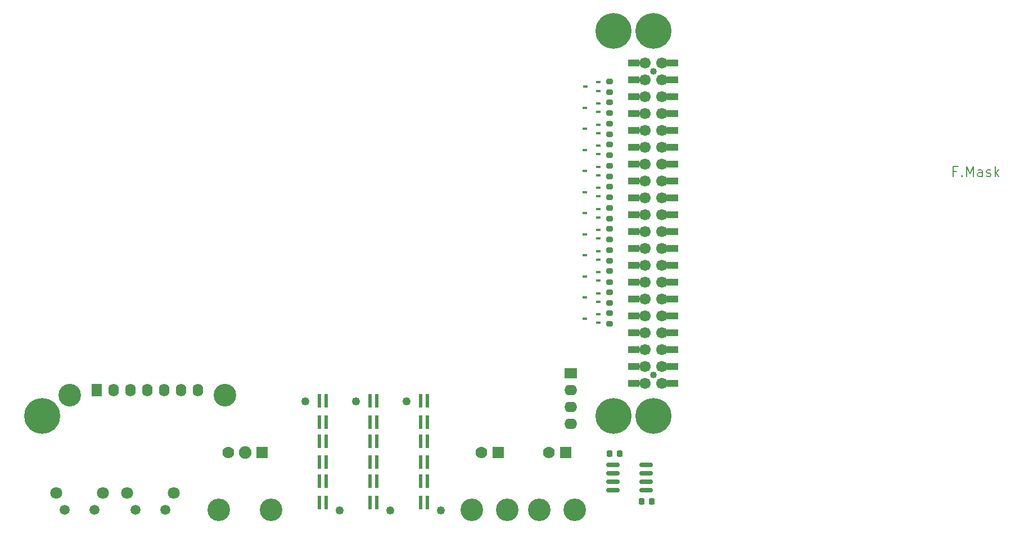
<source format=gbr>
%TF.GenerationSoftware,KiCad,Pcbnew,7.0.9-7.0.9~ubuntu20.04.1*%
%TF.CreationDate,2023-12-26T14:03:15-08:00*%
%TF.ProjectId,NX-IndicatorBoard,4e582d49-6e64-4696-9361-746f72426f61,1*%
%TF.SameCoordinates,Original*%
%TF.FileFunction,Soldermask,Top*%
%TF.FilePolarity,Negative*%
%FSLAX46Y46*%
G04 Gerber Fmt 4.6, Leading zero omitted, Abs format (unit mm)*
G04 Created by KiCad (PCBNEW 7.0.9-7.0.9~ubuntu20.04.1) date 2023-12-26 14:03:15*
%MOMM*%
%LPD*%
G01*
G04 APERTURE LIST*
G04 Aperture macros list*
%AMRoundRect*
0 Rectangle with rounded corners*
0 $1 Rounding radius*
0 $2 $3 $4 $5 $6 $7 $8 $9 X,Y pos of 4 corners*
0 Add a 4 corners polygon primitive as box body*
4,1,4,$2,$3,$4,$5,$6,$7,$8,$9,$2,$3,0*
0 Add four circle primitives for the rounded corners*
1,1,$1+$1,$2,$3*
1,1,$1+$1,$4,$5*
1,1,$1+$1,$6,$7*
1,1,$1+$1,$8,$9*
0 Add four rect primitives between the rounded corners*
20,1,$1+$1,$2,$3,$4,$5,0*
20,1,$1+$1,$4,$5,$6,$7,0*
20,1,$1+$1,$6,$7,$8,$9,0*
20,1,$1+$1,$8,$9,$2,$3,0*%
G04 Aperture macros list end*
%ADD10C,0.187500*%
%ADD11RoundRect,0.150000X0.825000X0.150000X-0.825000X0.150000X-0.825000X-0.150000X0.825000X-0.150000X0*%
%ADD12C,1.250000*%
%ADD13RoundRect,0.200000X-0.275000X0.200000X-0.275000X-0.200000X0.275000X-0.200000X0.275000X0.200000X0*%
%ADD14R,0.700000X0.450000*%
%ADD15RoundRect,0.225000X-0.225000X-0.250000X0.225000X-0.250000X0.225000X0.250000X-0.225000X0.250000X0*%
%ADD16C,3.400000*%
%ADD17R,1.778000X1.778000*%
%ADD18C,1.905000*%
%ADD19C,1.778000*%
%ADD20C,1.020000*%
%ADD21C,1.700000*%
%ADD22R,1.780000X1.020000*%
%ADD23R,0.550000X2.000000*%
%ADD24C,1.498600*%
%ADD25C,1.803400*%
%ADD26C,5.400000*%
%ADD27C,3.403600*%
%ADD28R,1.600200X1.905000*%
%ADD29O,1.600200X1.905000*%
%ADD30R,1.905000X1.600200*%
%ADD31O,1.905000X1.600200*%
G04 APERTURE END LIST*
D10*
X203672497Y-72172964D02*
X203172497Y-72172964D01*
X203172497Y-72958678D02*
X203172497Y-71458678D01*
X203172497Y-71458678D02*
X203886783Y-71458678D01*
X204458211Y-72815821D02*
X204529640Y-72887250D01*
X204529640Y-72887250D02*
X204458211Y-72958678D01*
X204458211Y-72958678D02*
X204386783Y-72887250D01*
X204386783Y-72887250D02*
X204458211Y-72815821D01*
X204458211Y-72815821D02*
X204458211Y-72958678D01*
X205172497Y-72958678D02*
X205172497Y-71458678D01*
X205172497Y-71458678D02*
X205672497Y-72530107D01*
X205672497Y-72530107D02*
X206172497Y-71458678D01*
X206172497Y-71458678D02*
X206172497Y-72958678D01*
X207529641Y-72958678D02*
X207529641Y-72172964D01*
X207529641Y-72172964D02*
X207458212Y-72030107D01*
X207458212Y-72030107D02*
X207315355Y-71958678D01*
X207315355Y-71958678D02*
X207029641Y-71958678D01*
X207029641Y-71958678D02*
X206886783Y-72030107D01*
X207529641Y-72887250D02*
X207386783Y-72958678D01*
X207386783Y-72958678D02*
X207029641Y-72958678D01*
X207029641Y-72958678D02*
X206886783Y-72887250D01*
X206886783Y-72887250D02*
X206815355Y-72744392D01*
X206815355Y-72744392D02*
X206815355Y-72601535D01*
X206815355Y-72601535D02*
X206886783Y-72458678D01*
X206886783Y-72458678D02*
X207029641Y-72387250D01*
X207029641Y-72387250D02*
X207386783Y-72387250D01*
X207386783Y-72387250D02*
X207529641Y-72315821D01*
X208172498Y-72887250D02*
X208315355Y-72958678D01*
X208315355Y-72958678D02*
X208601069Y-72958678D01*
X208601069Y-72958678D02*
X208743926Y-72887250D01*
X208743926Y-72887250D02*
X208815355Y-72744392D01*
X208815355Y-72744392D02*
X208815355Y-72672964D01*
X208815355Y-72672964D02*
X208743926Y-72530107D01*
X208743926Y-72530107D02*
X208601069Y-72458678D01*
X208601069Y-72458678D02*
X208386784Y-72458678D01*
X208386784Y-72458678D02*
X208243926Y-72387250D01*
X208243926Y-72387250D02*
X208172498Y-72244392D01*
X208172498Y-72244392D02*
X208172498Y-72172964D01*
X208172498Y-72172964D02*
X208243926Y-72030107D01*
X208243926Y-72030107D02*
X208386784Y-71958678D01*
X208386784Y-71958678D02*
X208601069Y-71958678D01*
X208601069Y-71958678D02*
X208743926Y-72030107D01*
X209458212Y-72958678D02*
X209458212Y-71458678D01*
X209601070Y-72387250D02*
X210029641Y-72958678D01*
X210029641Y-71958678D02*
X209458212Y-72530107D01*
D11*
%TO.C,U1*%
X156907000Y-120205000D03*
X156907000Y-118935000D03*
X156907000Y-117665000D03*
X156907000Y-116395000D03*
X151957000Y-116395000D03*
X151957000Y-117665000D03*
X151957000Y-118935000D03*
X151957000Y-120205000D03*
%TD*%
D12*
%TO.C,LP1*%
X110804000Y-123262000D03*
X105604000Y-106862000D03*
%TD*%
D13*
%TO.C,R10*%
X151384000Y-87193000D03*
X151384000Y-88843000D03*
%TD*%
D14*
%TO.C,Q1*%
X149733000Y-60071000D03*
X149733000Y-58771000D03*
X147733000Y-59421000D03*
%TD*%
D13*
%TO.C,R7*%
X151384000Y-77661000D03*
X151384000Y-79311000D03*
%TD*%
D14*
%TO.C,Q7*%
X149717000Y-79136000D03*
X149717000Y-77836000D03*
X147717000Y-78486000D03*
%TD*%
D15*
%TO.C,C1*%
X151371000Y-114681000D03*
X152921000Y-114681000D03*
%TD*%
D14*
%TO.C,Q5*%
X149717000Y-72786000D03*
X149717000Y-71486000D03*
X147717000Y-72136000D03*
%TD*%
D16*
%TO.C,J4*%
X100460000Y-123194000D03*
X92580000Y-123194000D03*
D17*
X99060000Y-114554000D03*
D18*
X96520000Y-114554000D03*
D19*
X93980000Y-114554000D03*
%TD*%
D13*
%TO.C,R3*%
X151384000Y-64961000D03*
X151384000Y-66611000D03*
%TD*%
D20*
%TO.C,J2*%
X158000000Y-102860000D03*
X158000000Y-57140000D03*
D21*
X159270000Y-104130000D03*
D22*
X160910000Y-104130000D03*
X155090000Y-104130000D03*
D21*
X156730000Y-104130000D03*
X159270000Y-101590000D03*
D22*
X160910000Y-101590000D03*
X155090000Y-101590000D03*
D21*
X156730000Y-101590000D03*
X159270000Y-99050000D03*
D22*
X160910000Y-99050000D03*
X155090000Y-99050000D03*
D21*
X156730000Y-99050000D03*
X159270000Y-96510000D03*
D22*
X160910000Y-96510000D03*
X155090000Y-96510000D03*
D21*
X156730000Y-96510000D03*
X159270000Y-93970000D03*
D22*
X160910000Y-93970000D03*
X155090000Y-93970000D03*
D21*
X156730000Y-93970000D03*
X159270000Y-91430000D03*
D22*
X160910000Y-91430000D03*
X155090000Y-91430000D03*
D21*
X156730000Y-91430000D03*
X159270000Y-88890000D03*
D22*
X160910000Y-88890000D03*
X155090000Y-88890000D03*
D21*
X156730000Y-88890000D03*
X159270000Y-86350000D03*
D22*
X160910000Y-86350000D03*
X155090000Y-86350000D03*
D21*
X156730000Y-86350000D03*
X159270000Y-83810000D03*
D22*
X160910000Y-83810000D03*
X155090000Y-83810000D03*
D21*
X156730000Y-83810000D03*
X159270000Y-81270000D03*
D22*
X160910000Y-81270000D03*
X155090000Y-81270000D03*
D21*
X156730000Y-81270000D03*
X159270000Y-78730000D03*
D22*
X160910000Y-78730000D03*
X155090000Y-78730000D03*
D21*
X156730000Y-78730000D03*
X159270000Y-76190000D03*
D22*
X160910000Y-76190000D03*
X155090000Y-76190000D03*
D21*
X156730000Y-76190000D03*
X159270000Y-73650000D03*
D22*
X160910000Y-73650000D03*
X155090000Y-73650000D03*
D21*
X156730000Y-73650000D03*
X159270000Y-71110000D03*
D22*
X160910000Y-71110000D03*
X155090000Y-71110000D03*
D21*
X156730000Y-71110000D03*
X159270000Y-68570000D03*
D22*
X160910000Y-68570000D03*
X155090000Y-68570000D03*
D21*
X156730000Y-68570000D03*
X159270000Y-66030000D03*
D22*
X160910000Y-66030000D03*
X155090000Y-66030000D03*
D21*
X156730000Y-66030000D03*
X159270000Y-63490000D03*
D22*
X160910000Y-63490000D03*
X155090000Y-63490000D03*
D21*
X156730000Y-63490000D03*
X159270000Y-60950000D03*
D22*
X160910000Y-60950000D03*
X155090000Y-60950000D03*
D21*
X156730000Y-60950000D03*
X159270000Y-58410000D03*
D22*
X160910000Y-58410000D03*
X155090000Y-58410000D03*
D21*
X156730000Y-58410000D03*
X159270000Y-55870000D03*
D22*
X160910000Y-55870000D03*
X155090000Y-55870000D03*
D21*
X156730000Y-55870000D03*
%TD*%
D23*
%TO.C,D1*%
X107679000Y-106756400D03*
X107679000Y-109956400D03*
X108729000Y-106756400D03*
X108729000Y-109956400D03*
%TD*%
D14*
%TO.C,Q11*%
X149717000Y-91836000D03*
X149717000Y-90536000D03*
X147717000Y-91186000D03*
%TD*%
D24*
%TO.C,SW1*%
X69378000Y-123170450D03*
X73878001Y-123170450D03*
D25*
X68128001Y-120670574D03*
X75128000Y-120670574D03*
%TD*%
D13*
%TO.C,R1*%
X151384000Y-58611000D03*
X151384000Y-60261000D03*
%TD*%
D23*
%TO.C,D7*%
X107679000Y-118846800D03*
X107679000Y-122046800D03*
X108729000Y-118846800D03*
X108729000Y-122046800D03*
%TD*%
D14*
%TO.C,Q3*%
X149717000Y-66436000D03*
X149717000Y-65136000D03*
X147717000Y-65786000D03*
%TD*%
D23*
%TO.C,D5*%
X115299000Y-112801600D03*
X115299000Y-116001600D03*
X116349000Y-112801600D03*
X116349000Y-116001600D03*
%TD*%
D14*
%TO.C,Q2*%
X149717000Y-63261000D03*
X149717000Y-61961000D03*
X147717000Y-62611000D03*
%TD*%
D12*
%TO.C,LP2*%
X118424000Y-123262000D03*
X113224000Y-106862000D03*
%TD*%
D13*
%TO.C,R12*%
X151384000Y-93536000D03*
X151384000Y-95186000D03*
%TD*%
D23*
%TO.C,D3*%
X122919000Y-106756400D03*
X122919000Y-109956400D03*
X123969000Y-106756400D03*
X123969000Y-109956400D03*
%TD*%
D14*
%TO.C,Q4*%
X149717000Y-69611000D03*
X149717000Y-68311000D03*
X147717000Y-68961000D03*
%TD*%
D13*
%TO.C,R2*%
X151384000Y-61786000D03*
X151384000Y-63436000D03*
%TD*%
D15*
%TO.C,C2*%
X156197000Y-121920000D03*
X157747000Y-121920000D03*
%TD*%
D13*
%TO.C,R5*%
X151384000Y-71311000D03*
X151384000Y-72961000D03*
%TD*%
D23*
%TO.C,D4*%
X107679000Y-112801600D03*
X107679000Y-116001600D03*
X108729000Y-112801600D03*
X108729000Y-116001600D03*
%TD*%
D14*
%TO.C,Q12*%
X149717000Y-95011000D03*
X149717000Y-93711000D03*
X147717000Y-94361000D03*
%TD*%
D13*
%TO.C,R8*%
X151384000Y-80836000D03*
X151384000Y-82486000D03*
%TD*%
D23*
%TO.C,D6*%
X122919000Y-112801600D03*
X122919000Y-116001600D03*
X123969000Y-112801600D03*
X123969000Y-116001600D03*
%TD*%
D14*
%TO.C,Q9*%
X149717000Y-85486000D03*
X149717000Y-84186000D03*
X147717000Y-84836000D03*
%TD*%
D26*
%TO.C,H2*%
X158000000Y-51000000D03*
%TD*%
D23*
%TO.C,D8*%
X115299000Y-118846800D03*
X115299000Y-122046800D03*
X116349000Y-118846800D03*
X116349000Y-122046800D03*
%TD*%
D12*
%TO.C,LP3*%
X126044000Y-123262000D03*
X120844000Y-106862000D03*
%TD*%
D23*
%TO.C,D2*%
X115299000Y-106756400D03*
X115299000Y-109956400D03*
X116349000Y-106756400D03*
X116349000Y-109956400D03*
%TD*%
D13*
%TO.C,R9*%
X151384000Y-84011000D03*
X151384000Y-85661000D03*
%TD*%
D26*
%TO.C,H1*%
X152000000Y-51000000D03*
%TD*%
D14*
%TO.C,Q8*%
X149717000Y-82311000D03*
X149717000Y-81011000D03*
X147717000Y-81661000D03*
%TD*%
D26*
%TO.C,H4*%
X152000000Y-109000000D03*
%TD*%
D27*
%TO.C,J3*%
X93456000Y-105918000D03*
X70088000Y-105918000D03*
D28*
X74152000Y-105156000D03*
D29*
X76692000Y-105156000D03*
X79232000Y-105156000D03*
X81772000Y-105156000D03*
X84312000Y-105156000D03*
X86852000Y-105156000D03*
X89392000Y-105156000D03*
%TD*%
D26*
%TO.C,H3*%
X66000000Y-109000000D03*
%TD*%
%TO.C,H5*%
X158000000Y-109000000D03*
%TD*%
D13*
%TO.C,R11*%
X151384000Y-90361000D03*
X151384000Y-92011000D03*
%TD*%
D16*
%TO.C,J5*%
X136020000Y-123194000D03*
X130680000Y-123194000D03*
D17*
X134620000Y-114554000D03*
D19*
X132080000Y-114554000D03*
%TD*%
D23*
%TO.C,D9*%
X122919000Y-118846800D03*
X122919000Y-122046800D03*
X123969000Y-118846800D03*
X123969000Y-122046800D03*
%TD*%
D13*
%TO.C,R6*%
X151384000Y-74486000D03*
X151384000Y-76136000D03*
%TD*%
D30*
%TO.C,J1*%
X145542000Y-102616000D03*
D31*
X145542000Y-105156000D03*
X145542000Y-107696000D03*
X145542000Y-110236000D03*
%TD*%
D14*
%TO.C,Q6*%
X149717000Y-75961000D03*
X149717000Y-74661000D03*
X147717000Y-75311000D03*
%TD*%
%TO.C,Q10*%
X149717000Y-88661000D03*
X149717000Y-87361000D03*
X147717000Y-88011000D03*
%TD*%
D13*
%TO.C,R4*%
X151384000Y-68136000D03*
X151384000Y-69786000D03*
%TD*%
D24*
%TO.C,SW2*%
X80046000Y-123170450D03*
X84546001Y-123170450D03*
D25*
X78796001Y-120670574D03*
X85796000Y-120670574D03*
%TD*%
D16*
%TO.C,J6*%
X146180000Y-123194000D03*
X140840000Y-123194000D03*
D17*
X144780000Y-114554000D03*
D19*
X142240000Y-114554000D03*
%TD*%
M02*

</source>
